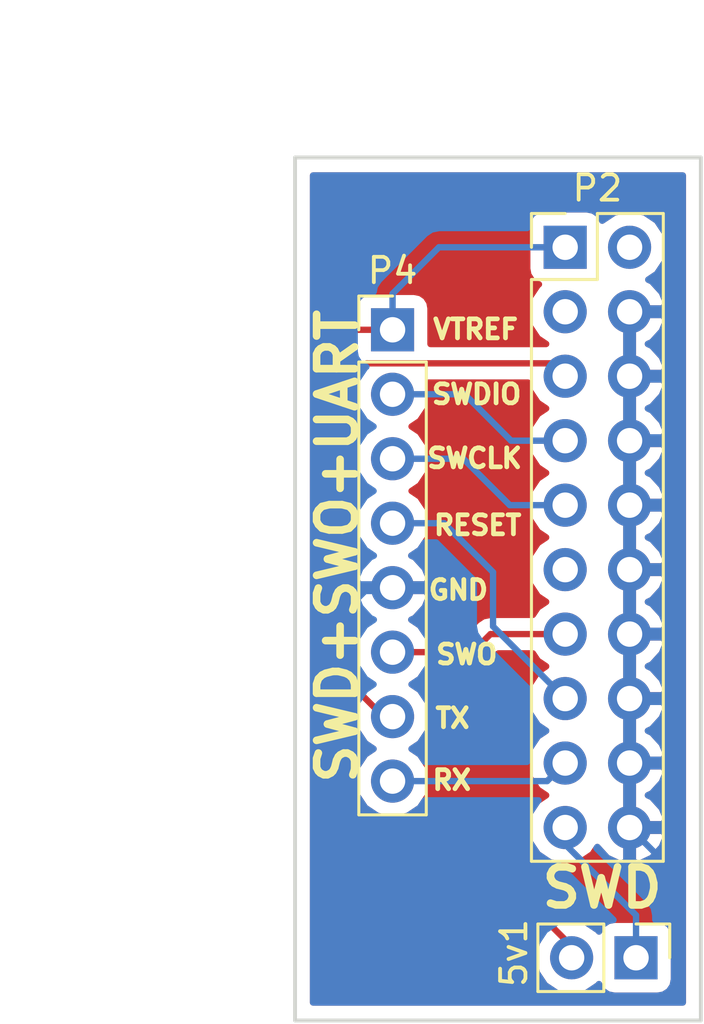
<source format=kicad_pcb>
(kicad_pcb (version 4) (host pcbnew 4.0.6)

  (general
    (links 18)
    (no_connects 0)
    (area 114.150001 50.3 142.075001 90.075001)
    (thickness 1.6)
    (drawings 16)
    (tracks 50)
    (zones 0)
    (modules 3)
    (nets 10)
  )

  (page A4)
  (layers
    (0 F.Cu signal)
    (31 B.Cu signal)
    (32 B.Adhes user)
    (33 F.Adhes user)
    (34 B.Paste user)
    (35 F.Paste user)
    (36 B.SilkS user)
    (37 F.SilkS user)
    (38 B.Mask user)
    (39 F.Mask user)
    (40 Dwgs.User user)
    (41 Cmts.User user)
    (42 Eco1.User user)
    (43 Eco2.User user)
    (44 Edge.Cuts user)
    (45 Margin user)
    (46 B.CrtYd user)
    (47 F.CrtYd user)
    (48 B.Fab user)
    (49 F.Fab user)
  )

  (setup
    (last_trace_width 0.25)
    (trace_clearance 0.2)
    (zone_clearance 0.508)
    (zone_45_only no)
    (trace_min 0.1524)
    (segment_width 0.2)
    (edge_width 0.15)
    (via_size 0.6)
    (via_drill 0.4)
    (via_min_size 0.1524)
    (via_min_drill 0.3)
    (uvia_size 0.3)
    (uvia_drill 0.1)
    (uvias_allowed no)
    (uvia_min_size 0.1524)
    (uvia_min_drill 0.1)
    (pcb_text_width 0.3)
    (pcb_text_size 1.5 1.5)
    (mod_edge_width 0.15)
    (mod_text_size 1 1)
    (mod_text_width 0.15)
    (pad_size 1.524 1.524)
    (pad_drill 0.762)
    (pad_to_mask_clearance 0.2)
    (aux_axis_origin 0 0)
    (visible_elements 7FFFFFFF)
    (pcbplotparams
      (layerselection 0x010f0_80000001)
      (usegerberextensions false)
      (excludeedgelayer true)
      (linewidth 0.100000)
      (plotframeref false)
      (viasonmask false)
      (mode 1)
      (useauxorigin false)
      (hpglpennumber 1)
      (hpglpenspeed 20)
      (hpglpendiameter 15)
      (hpglpenoverlay 2)
      (psnegative false)
      (psa4output false)
      (plotreference true)
      (plotvalue true)
      (plotinvisibletext false)
      (padsonsilk true)
      (subtractmaskfromsilk false)
      (outputformat 1)
      (mirror false)
      (drillshape 0)
      (scaleselection 1)
      (outputdirectory ""))
  )

  (net 0 "")
  (net 1 /5v_Supply)
  (net 2 /VTref)
  (net 3 /GND_ARM)
  (net 4 /JLINK_TX)
  (net 5 /SWDIO)
  (net 6 /SWDCLK)
  (net 7 /SWO)
  (net 8 /RESET)
  (net 9 /JLINK_RX)

  (net_class Default "This is the default net class."
    (clearance 0.2)
    (trace_width 0.25)
    (via_dia 0.6)
    (via_drill 0.4)
    (uvia_dia 0.3)
    (uvia_drill 0.1)
    (add_net /5v_Supply)
    (add_net /GND_ARM)
    (add_net /JLINK_RX)
    (add_net /JLINK_TX)
    (add_net /RESET)
    (add_net /SWDCLK)
    (add_net /SWDIO)
    (add_net /SWO)
    (add_net /VTref)
  )

  (module Pin_Headers:Pin_Header_Straight_1x02_Pitch2.54mm (layer F.Cu) (tedit 5AAC357D) (tstamp 5AAC33A5)
    (at 139.446 87.5284 270)
    (descr "Through hole straight pin header, 1x02, 2.54mm pitch, single row")
    (tags "Through hole pin header THT 1x02 2.54mm single row")
    (path /5A8B9F8E)
    (fp_text reference 5v1 (at -0.1884 4.816 270) (layer F.SilkS)
      (effects (font (size 1 1) (thickness 0.15)))
    )
    (fp_text value "" (at 0.3556 18.8468 270) (layer F.Fab)
      (effects (font (size 1 1) (thickness 0.15)))
    )
    (fp_line (start -0.635 -1.27) (end 1.27 -1.27) (layer F.Fab) (width 0.1))
    (fp_line (start 1.27 -1.27) (end 1.27 3.81) (layer F.Fab) (width 0.1))
    (fp_line (start 1.27 3.81) (end -1.27 3.81) (layer F.Fab) (width 0.1))
    (fp_line (start -1.27 3.81) (end -1.27 -0.635) (layer F.Fab) (width 0.1))
    (fp_line (start -1.27 -0.635) (end -0.635 -1.27) (layer F.Fab) (width 0.1))
    (fp_line (start -1.33 3.87) (end 1.33 3.87) (layer F.SilkS) (width 0.12))
    (fp_line (start -1.33 1.27) (end -1.33 3.87) (layer F.SilkS) (width 0.12))
    (fp_line (start 1.33 1.27) (end 1.33 3.87) (layer F.SilkS) (width 0.12))
    (fp_line (start -1.33 1.27) (end 1.33 1.27) (layer F.SilkS) (width 0.12))
    (fp_line (start -1.33 0) (end -1.33 -1.33) (layer F.SilkS) (width 0.12))
    (fp_line (start -1.33 -1.33) (end 0 -1.33) (layer F.SilkS) (width 0.12))
    (fp_line (start -1.8 -1.8) (end -1.8 4.35) (layer F.CrtYd) (width 0.05))
    (fp_line (start -1.8 4.35) (end 1.8 4.35) (layer F.CrtYd) (width 0.05))
    (fp_line (start 1.8 4.35) (end 1.8 -1.8) (layer F.CrtYd) (width 0.05))
    (fp_line (start 1.8 -1.8) (end -1.8 -1.8) (layer F.CrtYd) (width 0.05))
    (fp_text user %R (at -1.4224 5.842 360) (layer F.Fab)
      (effects (font (size 1 1) (thickness 0.15)))
    )
    (pad 1 thru_hole rect (at 0 0 270) (size 1.7 1.7) (drill 1) (layers *.Cu *.Mask)
      (net 1 /5v_Supply))
    (pad 2 thru_hole oval (at 0 2.54 270) (size 1.7 1.7) (drill 1) (layers *.Cu *.Mask)
      (net 2 /VTref))
    (model ${KISYS3DMOD}/Pin_Headers.3dshapes/Pin_Header_Straight_1x02_Pitch2.54mm.wrl
      (at (xyz 0 0 0))
      (scale (xyz 1 1 1))
      (rotate (xyz 0 0 0))
    )
  )

  (module Pin_Headers:Pin_Header_Straight_2x10_Pitch2.54mm (layer F.Cu) (tedit 59650532) (tstamp 5AAC33E5)
    (at 136.652 59.5376)
    (descr "Through hole straight pin header, 2x10, 2.54mm pitch, double rows")
    (tags "Through hole pin header THT 2x10 2.54mm double row")
    (path /5A8B99B2)
    (fp_text reference P2 (at 1.27 -2.33) (layer F.SilkS)
      (effects (font (size 1 1) (thickness 0.15)))
    )
    (fp_text value SWD (at 1.27 25.19) (layer F.Fab)
      (effects (font (size 1 1) (thickness 0.15)))
    )
    (fp_line (start 0 -1.27) (end 3.81 -1.27) (layer F.Fab) (width 0.1))
    (fp_line (start 3.81 -1.27) (end 3.81 24.13) (layer F.Fab) (width 0.1))
    (fp_line (start 3.81 24.13) (end -1.27 24.13) (layer F.Fab) (width 0.1))
    (fp_line (start -1.27 24.13) (end -1.27 0) (layer F.Fab) (width 0.1))
    (fp_line (start -1.27 0) (end 0 -1.27) (layer F.Fab) (width 0.1))
    (fp_line (start -1.33 24.19) (end 3.87 24.19) (layer F.SilkS) (width 0.12))
    (fp_line (start -1.33 1.27) (end -1.33 24.19) (layer F.SilkS) (width 0.12))
    (fp_line (start 3.87 -1.33) (end 3.87 24.19) (layer F.SilkS) (width 0.12))
    (fp_line (start -1.33 1.27) (end 1.27 1.27) (layer F.SilkS) (width 0.12))
    (fp_line (start 1.27 1.27) (end 1.27 -1.33) (layer F.SilkS) (width 0.12))
    (fp_line (start 1.27 -1.33) (end 3.87 -1.33) (layer F.SilkS) (width 0.12))
    (fp_line (start -1.33 0) (end -1.33 -1.33) (layer F.SilkS) (width 0.12))
    (fp_line (start -1.33 -1.33) (end 0 -1.33) (layer F.SilkS) (width 0.12))
    (fp_line (start -1.8 -1.8) (end -1.8 24.65) (layer F.CrtYd) (width 0.05))
    (fp_line (start -1.8 24.65) (end 4.35 24.65) (layer F.CrtYd) (width 0.05))
    (fp_line (start 4.35 24.65) (end 4.35 -1.8) (layer F.CrtYd) (width 0.05))
    (fp_line (start 4.35 -1.8) (end -1.8 -1.8) (layer F.CrtYd) (width 0.05))
    (fp_text user %R (at 1.27 11.43 90) (layer F.Fab)
      (effects (font (size 1 1) (thickness 0.15)))
    )
    (pad 1 thru_hole rect (at 0 0) (size 1.7 1.7) (drill 1) (layers *.Cu *.Mask)
      (net 2 /VTref))
    (pad 2 thru_hole oval (at 2.54 0) (size 1.7 1.7) (drill 1) (layers *.Cu *.Mask))
    (pad 3 thru_hole oval (at 0 2.54) (size 1.7 1.7) (drill 1) (layers *.Cu *.Mask))
    (pad 4 thru_hole oval (at 2.54 2.54) (size 1.7 1.7) (drill 1) (layers *.Cu *.Mask)
      (net 3 /GND_ARM))
    (pad 5 thru_hole oval (at 0 5.08) (size 1.7 1.7) (drill 1) (layers *.Cu *.Mask)
      (net 4 /JLINK_TX))
    (pad 6 thru_hole oval (at 2.54 5.08) (size 1.7 1.7) (drill 1) (layers *.Cu *.Mask)
      (net 3 /GND_ARM))
    (pad 7 thru_hole oval (at 0 7.62) (size 1.7 1.7) (drill 1) (layers *.Cu *.Mask)
      (net 5 /SWDIO))
    (pad 8 thru_hole oval (at 2.54 7.62) (size 1.7 1.7) (drill 1) (layers *.Cu *.Mask)
      (net 3 /GND_ARM))
    (pad 9 thru_hole oval (at 0 10.16) (size 1.7 1.7) (drill 1) (layers *.Cu *.Mask)
      (net 6 /SWDCLK))
    (pad 10 thru_hole oval (at 2.54 10.16) (size 1.7 1.7) (drill 1) (layers *.Cu *.Mask)
      (net 3 /GND_ARM))
    (pad 11 thru_hole oval (at 0 12.7) (size 1.7 1.7) (drill 1) (layers *.Cu *.Mask))
    (pad 12 thru_hole oval (at 2.54 12.7) (size 1.7 1.7) (drill 1) (layers *.Cu *.Mask)
      (net 3 /GND_ARM))
    (pad 13 thru_hole oval (at 0 15.24) (size 1.7 1.7) (drill 1) (layers *.Cu *.Mask)
      (net 7 /SWO))
    (pad 14 thru_hole oval (at 2.54 15.24) (size 1.7 1.7) (drill 1) (layers *.Cu *.Mask)
      (net 3 /GND_ARM))
    (pad 15 thru_hole oval (at 0 17.78) (size 1.7 1.7) (drill 1) (layers *.Cu *.Mask)
      (net 8 /RESET))
    (pad 16 thru_hole oval (at 2.54 17.78) (size 1.7 1.7) (drill 1) (layers *.Cu *.Mask)
      (net 3 /GND_ARM))
    (pad 17 thru_hole oval (at 0 20.32) (size 1.7 1.7) (drill 1) (layers *.Cu *.Mask)
      (net 9 /JLINK_RX))
    (pad 18 thru_hole oval (at 2.54 20.32) (size 1.7 1.7) (drill 1) (layers *.Cu *.Mask)
      (net 3 /GND_ARM))
    (pad 19 thru_hole oval (at 0 22.86) (size 1.7 1.7) (drill 1) (layers *.Cu *.Mask)
      (net 1 /5v_Supply))
    (pad 20 thru_hole oval (at 2.54 22.86) (size 1.7 1.7) (drill 1) (layers *.Cu *.Mask)
      (net 3 /GND_ARM))
    (model ${KISYS3DMOD}/Pin_Headers.3dshapes/Pin_Header_Straight_2x10_Pitch2.54mm.wrl
      (at (xyz 0 0 0))
      (scale (xyz 1 1 1))
      (rotate (xyz 0 0 0))
    )
  )

  (module Pin_Headers:Pin_Header_Straight_1x08_Pitch2.54mm (layer F.Cu) (tedit 5AAC339E) (tstamp 5AAC34A5)
    (at 129.8448 62.7888)
    (descr "Through hole straight pin header, 1x08, 2.54mm pitch, single row")
    (tags "Through hole pin header THT 1x08 2.54mm single row")
    (path /5A8B9AA1)
    (fp_text reference P4 (at 0 -2.33) (layer F.SilkS)
      (effects (font (size 1 1) (thickness 0.15)))
    )
    (fp_text value SWD+SWO+UART (at -2.6924 10.16 90) (layer F.Fab)
      (effects (font (size 1 1) (thickness 0.15)))
    )
    (fp_line (start -0.635 -1.27) (end 1.27 -1.27) (layer F.Fab) (width 0.1))
    (fp_line (start 1.27 -1.27) (end 1.27 19.05) (layer F.Fab) (width 0.1))
    (fp_line (start 1.27 19.05) (end -1.27 19.05) (layer F.Fab) (width 0.1))
    (fp_line (start -1.27 19.05) (end -1.27 -0.635) (layer F.Fab) (width 0.1))
    (fp_line (start -1.27 -0.635) (end -0.635 -1.27) (layer F.Fab) (width 0.1))
    (fp_line (start -1.33 19.11) (end 1.33 19.11) (layer F.SilkS) (width 0.12))
    (fp_line (start -1.33 1.27) (end -1.33 19.11) (layer F.SilkS) (width 0.12))
    (fp_line (start 1.33 1.27) (end 1.33 19.11) (layer F.SilkS) (width 0.12))
    (fp_line (start -1.33 1.27) (end 1.33 1.27) (layer F.SilkS) (width 0.12))
    (fp_line (start -1.33 0) (end -1.33 -1.33) (layer F.SilkS) (width 0.12))
    (fp_line (start -1.33 -1.33) (end 0 -1.33) (layer F.SilkS) (width 0.12))
    (fp_line (start -1.8 -1.8) (end -1.8 19.55) (layer F.CrtYd) (width 0.05))
    (fp_line (start -1.8 19.55) (end 1.8 19.55) (layer F.CrtYd) (width 0.05))
    (fp_line (start 1.8 19.55) (end 1.8 -1.8) (layer F.CrtYd) (width 0.05))
    (fp_line (start 1.8 -1.8) (end -1.8 -1.8) (layer F.CrtYd) (width 0.05))
    (fp_text user %R (at 0 8.89 90) (layer F.Fab)
      (effects (font (size 1 1) (thickness 0.15)))
    )
    (pad 1 thru_hole rect (at 0 0) (size 1.7 1.7) (drill 1) (layers *.Cu *.Mask)
      (net 2 /VTref))
    (pad 2 thru_hole oval (at 0 2.54) (size 1.7 1.7) (drill 1) (layers *.Cu *.Mask)
      (net 5 /SWDIO))
    (pad 3 thru_hole oval (at 0 5.08) (size 1.7 1.7) (drill 1) (layers *.Cu *.Mask)
      (net 6 /SWDCLK))
    (pad 4 thru_hole oval (at 0 7.62) (size 1.7 1.7) (drill 1) (layers *.Cu *.Mask)
      (net 8 /RESET))
    (pad 5 thru_hole oval (at 0 10.16) (size 1.7 1.7) (drill 1) (layers *.Cu *.Mask)
      (net 3 /GND_ARM))
    (pad 6 thru_hole oval (at 0 12.7) (size 1.7 1.7) (drill 1) (layers *.Cu *.Mask)
      (net 7 /SWO))
    (pad 7 thru_hole oval (at 0 15.24) (size 1.7 1.7) (drill 1) (layers *.Cu *.Mask)
      (net 4 /JLINK_TX))
    (pad 8 thru_hole oval (at 0 17.78) (size 1.7 1.7) (drill 1) (layers *.Cu *.Mask)
      (net 9 /JLINK_RX))
    (model ${KISYS3DMOD}/Pin_Headers.3dshapes/Pin_Header_Straight_1x08_Pitch2.54mm.wrl
      (at (xyz 0 0 0))
      (scale (xyz 1 1 1))
      (rotate (xyz 0 0 0))
    )
  )

  (gr_text TX (at 132.21 78.09) (layer F.SilkS)
    (effects (font (size 0.75 0.75) (thickness 0.1875)))
  )
  (gr_text RX (at 132.18 80.53) (layer F.SilkS)
    (effects (font (size 0.75 0.75) (thickness 0.1875)))
  )
  (gr_text SWO (at 132.77 75.58) (layer F.SilkS)
    (effects (font (size 0.75 0.75) (thickness 0.1875)))
  )
  (gr_text GND (at 132.44 73.04) (layer F.SilkS)
    (effects (font (size 0.75 0.75) (thickness 0.1875)))
  )
  (gr_text RESET (at 133.2 70.49) (layer F.SilkS)
    (effects (font (size 0.75 0.75) (thickness 0.1875)))
  )
  (gr_text SWCLK (at 133.08 67.85) (layer F.SilkS)
    (effects (font (size 0.75 0.75) (thickness 0.1875)))
  )
  (gr_text SWDIO (at 133.16 65.33) (layer F.SilkS)
    (effects (font (size 0.75 0.75) (thickness 0.1875)))
  )
  (gr_text VTREF (at 133.12 62.77) (layer F.SilkS)
    (effects (font (size 0.75 0.75) (thickness 0.1875)))
  )
  (gr_text SWD (at 138.11 84.77) (layer F.SilkS)
    (effects (font (size 1.5 1.5) (thickness 0.3)))
  )
  (gr_text SWD+SWO+UART (at 127.67 71.32 90) (layer F.SilkS)
    (effects (font (size 1.5 1.5) (thickness 0.3)))
  )
  (dimension 34 (width 0.3) (layer Dwgs.User)
    (gr_text "34.000 mm" (at 120.65 73 270) (layer Dwgs.User)
      (effects (font (size 1.5 1.5) (thickness 0.3)))
    )
    (feature1 (pts (xy 126 90) (xy 119.3 90)))
    (feature2 (pts (xy 126 56) (xy 119.3 56)))
    (crossbar (pts (xy 122 56) (xy 122 90)))
    (arrow1a (pts (xy 122 90) (xy 121.413579 88.873496)))
    (arrow1b (pts (xy 122 90) (xy 122.586421 88.873496)))
    (arrow2a (pts (xy 122 56) (xy 121.413579 57.126504)))
    (arrow2b (pts (xy 122 56) (xy 122.586421 57.126504)))
  )
  (dimension 16 (width 0.3) (layer Dwgs.User)
    (gr_text "16.000 mm" (at 134 51.65) (layer Dwgs.User)
      (effects (font (size 1.5 1.5) (thickness 0.3)))
    )
    (feature1 (pts (xy 142 56) (xy 142 50.3)))
    (feature2 (pts (xy 126 56) (xy 126 50.3)))
    (crossbar (pts (xy 126 53) (xy 142 53)))
    (arrow1a (pts (xy 142 53) (xy 140.873496 53.586421)))
    (arrow1b (pts (xy 142 53) (xy 140.873496 52.413579)))
    (arrow2a (pts (xy 126 53) (xy 127.126504 53.586421)))
    (arrow2b (pts (xy 126 53) (xy 127.126504 52.413579)))
  )
  (gr_line (start 126 90) (end 126 56) (angle 90) (layer Edge.Cuts) (width 0.15))
  (gr_line (start 142 90) (end 126 90) (angle 90) (layer Edge.Cuts) (width 0.15))
  (gr_line (start 142 56) (end 142 90) (angle 90) (layer Edge.Cuts) (width 0.15))
  (gr_line (start 126 56) (end 142 56) (angle 90) (layer Edge.Cuts) (width 0.15))

  (segment (start 136.652 82.3976) (end 136.652 83.058) (width 0.25) (layer B.Cu) (net 1) (status C00000))
  (segment (start 136.652 83.058) (end 139.446 85.852) (width 0.25) (layer B.Cu) (net 1) (tstamp 5AAC3644) (status 400000))
  (segment (start 139.446 85.852) (end 139.446 87.5284) (width 0.25) (layer B.Cu) (net 1) (tstamp 5AAC3645) (status 800000))
  (segment (start 129.8448 62.7888) (end 128.27 62.7888) (width 0.25) (layer F.Cu) (net 2) (status 400000))
  (segment (start 133.1468 83.312) (end 136.906 87.0712) (width 0.25) (layer F.Cu) (net 2) (tstamp 5AAC36D9) (status 800000))
  (segment (start 129.2352 83.312) (end 133.1468 83.312) (width 0.25) (layer F.Cu) (net 2) (tstamp 5AAC36D7))
  (segment (start 127.508 81.5848) (end 129.2352 83.312) (width 0.25) (layer F.Cu) (net 2) (tstamp 5AAC36D5))
  (segment (start 127.508 63.5508) (end 127.508 81.5848) (width 0.25) (layer F.Cu) (net 2) (tstamp 5AAC36D4))
  (segment (start 128.27 62.7888) (end 127.508 63.5508) (width 0.25) (layer F.Cu) (net 2) (tstamp 5AAC36D3))
  (segment (start 136.906 87.0712) (end 136.906 87.5284) (width 0.25) (layer F.Cu) (net 2) (tstamp 5AAC36DB) (status C00000))
  (segment (start 129.8448 62.7888) (end 129.8448 61.3664) (width 0.25) (layer B.Cu) (net 2) (status 400000))
  (segment (start 131.6736 59.5376) (end 136.652 59.5376) (width 0.25) (layer B.Cu) (net 2) (tstamp 5AAC365C) (status 800000))
  (segment (start 129.8448 61.3664) (end 131.6736 59.5376) (width 0.25) (layer B.Cu) (net 2) (tstamp 5AAC365A))
  (segment (start 129.8448 72.9488) (end 128.8912 72.9488) (width 0.25) (layer B.Cu) (net 3) (status 400000))
  (segment (start 141.2 84.4056) (end 139.192 82.3976) (width 0.25) (layer B.Cu) (net 3) (tstamp 5AAC3725) (status 800000))
  (segment (start 141.2 89) (end 141.2 84.4056) (width 0.25) (layer B.Cu) (net 3) (tstamp 5AAC3724))
  (segment (start 141.16 89.04) (end 141.2 89) (width 0.25) (layer B.Cu) (net 3) (tstamp 5AAC3723))
  (segment (start 134.11 89.04) (end 141.16 89.04) (width 0.25) (layer B.Cu) (net 3) (tstamp 5AAC3721))
  (segment (start 128.16 83.09) (end 134.11 89.04) (width 0.25) (layer B.Cu) (net 3) (tstamp 5AAC371F))
  (segment (start 128.16 73.68) (end 128.16 83.09) (width 0.25) (layer B.Cu) (net 3) (tstamp 5AAC371E))
  (segment (start 128.8912 72.9488) (end 128.16 73.68) (width 0.25) (layer B.Cu) (net 3) (tstamp 5AAC371D))
  (segment (start 139.192 62.0776) (end 139.192 64.6176) (width 0.25) (layer B.Cu) (net 3) (status C00000))
  (segment (start 139.192 64.6176) (end 139.192 67.1576) (width 0.25) (layer B.Cu) (net 3) (status C00000))
  (segment (start 139.192 67.1576) (end 139.192 69.6976) (width 0.25) (layer B.Cu) (net 3) (status C00000))
  (segment (start 139.192 69.6976) (end 139.192 72.2376) (width 0.25) (layer B.Cu) (net 3) (status C00000))
  (segment (start 139.192 72.2376) (end 139.192 74.7776) (width 0.25) (layer B.Cu) (net 3) (status C00000))
  (segment (start 139.192 77.3176) (end 139.192 74.7776) (width 0.25) (layer B.Cu) (net 3) (status C00000))
  (segment (start 139.192 79.8576) (end 139.192 77.3176) (width 0.25) (layer B.Cu) (net 3) (status C00000))
  (segment (start 139.192 82.3976) (end 139.192 79.8576) (width 0.25) (layer B.Cu) (net 3) (status C00000))
  (segment (start 129.8448 78.0288) (end 129.4892 78.0288) (width 0.25) (layer F.Cu) (net 4) (status C00000))
  (segment (start 129.4892 78.0288) (end 128.2192 76.7588) (width 0.25) (layer F.Cu) (net 4) (tstamp 5AAC3664) (status 400000))
  (segment (start 128.2192 76.7588) (end 128.2192 64.7192) (width 0.25) (layer F.Cu) (net 4) (tstamp 5AAC3665))
  (segment (start 128.2192 64.7192) (end 128.8288 64.1096) (width 0.25) (layer F.Cu) (net 4) (tstamp 5AAC3667))
  (segment (start 128.8288 64.1096) (end 136.144 64.1096) (width 0.25) (layer F.Cu) (net 4) (tstamp 5AAC3668) (status 800000))
  (segment (start 136.144 64.1096) (end 136.652 64.6176) (width 0.25) (layer F.Cu) (net 4) (tstamp 5AAC3669) (status C00000))
  (segment (start 129.8448 65.3288) (end 132.6896 65.3288) (width 0.25) (layer B.Cu) (net 5) (status 400000))
  (segment (start 134.5184 67.1576) (end 136.652 67.1576) (width 0.25) (layer B.Cu) (net 5) (tstamp 5AAC362C) (status 800000))
  (segment (start 132.6896 65.3288) (end 134.5184 67.1576) (width 0.25) (layer B.Cu) (net 5) (tstamp 5AAC362A))
  (segment (start 129.8448 67.8688) (end 132.6388 67.8688) (width 0.25) (layer B.Cu) (net 6) (status 400000))
  (segment (start 134.4676 69.6976) (end 136.652 69.6976) (width 0.25) (layer B.Cu) (net 6) (tstamp 5AAC3632) (status 800000))
  (segment (start 132.6388 67.8688) (end 134.4676 69.6976) (width 0.25) (layer B.Cu) (net 6) (tstamp 5AAC3630))
  (segment (start 129.8448 75.4888) (end 132.9944 75.4888) (width 0.25) (layer F.Cu) (net 7) (status 400000))
  (segment (start 133.7056 74.7776) (end 136.652 74.7776) (width 0.25) (layer F.Cu) (net 7) (tstamp 5AAC3661) (status 800000))
  (segment (start 132.9944 75.4888) (end 133.7056 74.7776) (width 0.25) (layer F.Cu) (net 7) (tstamp 5AAC3660))
  (segment (start 129.8448 70.4088) (end 131.8768 70.4088) (width 0.25) (layer B.Cu) (net 8) (status 400000))
  (segment (start 133.8072 74.4728) (end 136.652 77.3176) (width 0.25) (layer B.Cu) (net 8) (tstamp 5AAC363D) (status 800000))
  (segment (start 133.8072 72.3392) (end 133.8072 74.4728) (width 0.25) (layer B.Cu) (net 8) (tstamp 5AAC363B))
  (segment (start 131.8768 70.4088) (end 133.8072 72.3392) (width 0.25) (layer B.Cu) (net 8) (tstamp 5AAC3639))
  (segment (start 129.8448 80.5688) (end 135.9408 80.5688) (width 0.25) (layer B.Cu) (net 9) (status 400000))
  (segment (start 135.9408 80.5688) (end 136.652 79.8576) (width 0.25) (layer B.Cu) (net 9) (tstamp 5AAC3641) (status 800000))

  (zone (net 3) (net_name /GND_ARM) (layer F.Cu) (tstamp 5AAC36F7) (hatch edge 0.508)
    (connect_pads (clearance 0.508))
    (min_thickness 0.254)
    (fill yes (arc_segments 16) (thermal_gap 0.508) (thermal_bridge_width 0.508))
    (polygon
      (pts
        (xy 142 90) (xy 126 90) (xy 126 56) (xy 142 56)
      )
    )
    (filled_polygon
      (pts
        (xy 141.29 89.29) (xy 126.71 89.29) (xy 126.71 63.5508) (xy 126.748 63.5508) (xy 126.748 81.5848)
        (xy 126.805852 81.875639) (xy 126.970599 82.122201) (xy 128.697799 83.849401) (xy 128.944361 84.014148) (xy 129.2352 84.072)
        (xy 132.831998 84.072) (xy 135.596917 86.836919) (xy 135.534039 86.931022) (xy 135.421 87.499307) (xy 135.421 87.557493)
        (xy 135.534039 88.125778) (xy 135.855946 88.607547) (xy 136.337715 88.929454) (xy 136.906 89.042493) (xy 137.474285 88.929454)
        (xy 137.956054 88.607547) (xy 137.98385 88.565948) (xy 137.992838 88.613717) (xy 138.13191 88.829841) (xy 138.34411 88.974831)
        (xy 138.596 89.02584) (xy 140.296 89.02584) (xy 140.531317 88.981562) (xy 140.747441 88.84249) (xy 140.892431 88.63029)
        (xy 140.94344 88.3784) (xy 140.94344 86.6784) (xy 140.899162 86.443083) (xy 140.76009 86.226959) (xy 140.54789 86.081969)
        (xy 140.296 86.03096) (xy 138.596 86.03096) (xy 138.360683 86.075238) (xy 138.144559 86.21431) (xy 137.999569 86.42651)
        (xy 137.985914 86.493941) (xy 137.956054 86.449253) (xy 137.474285 86.127346) (xy 136.928356 86.018754) (xy 133.684201 82.774599)
        (xy 133.437639 82.609852) (xy 133.1468 82.552) (xy 129.550002 82.552) (xy 128.268 81.269998) (xy 128.268 77.882402)
        (xy 128.344592 77.958994) (xy 128.330707 78.0288) (xy 128.443746 78.597085) (xy 128.765653 79.078854) (xy 129.094826 79.2988)
        (xy 128.765653 79.518746) (xy 128.443746 80.000515) (xy 128.330707 80.5688) (xy 128.443746 81.137085) (xy 128.765653 81.618854)
        (xy 129.247422 81.940761) (xy 129.815707 82.0538) (xy 129.873893 82.0538) (xy 130.442178 81.940761) (xy 130.923947 81.618854)
        (xy 131.245854 81.137085) (xy 131.358893 80.5688) (xy 131.245854 80.000515) (xy 130.923947 79.518746) (xy 130.594774 79.2988)
        (xy 130.923947 79.078854) (xy 131.245854 78.597085) (xy 131.358893 78.0288) (xy 131.245854 77.460515) (xy 130.923947 76.978746)
        (xy 130.594774 76.7588) (xy 130.923947 76.538854) (xy 131.117754 76.2488) (xy 132.9944 76.2488) (xy 133.285239 76.190948)
        (xy 133.531801 76.026201) (xy 134.020402 75.5376) (xy 135.379046 75.5376) (xy 135.572853 75.827654) (xy 135.902026 76.0476)
        (xy 135.572853 76.267546) (xy 135.250946 76.749315) (xy 135.137907 77.3176) (xy 135.250946 77.885885) (xy 135.572853 78.367654)
        (xy 135.902026 78.5876) (xy 135.572853 78.807546) (xy 135.250946 79.289315) (xy 135.137907 79.8576) (xy 135.250946 80.425885)
        (xy 135.572853 80.907654) (xy 135.902026 81.1276) (xy 135.572853 81.347546) (xy 135.250946 81.829315) (xy 135.137907 82.3976)
        (xy 135.250946 82.965885) (xy 135.572853 83.447654) (xy 136.054622 83.769561) (xy 136.622907 83.8826) (xy 136.681093 83.8826)
        (xy 137.249378 83.769561) (xy 137.731147 83.447654) (xy 137.920345 83.164499) (xy 137.920355 83.164524) (xy 138.310642 83.592783)
        (xy 138.835108 83.839086) (xy 139.065 83.718419) (xy 139.065 82.5246) (xy 139.319 82.5246) (xy 139.319 83.718419)
        (xy 139.548892 83.839086) (xy 140.073358 83.592783) (xy 140.463645 83.164524) (xy 140.633476 82.75449) (xy 140.512155 82.5246)
        (xy 139.319 82.5246) (xy 139.065 82.5246) (xy 139.045 82.5246) (xy 139.045 82.2706) (xy 139.065 82.2706)
        (xy 139.065 79.9846) (xy 139.319 79.9846) (xy 139.319 82.2706) (xy 140.512155 82.2706) (xy 140.633476 82.04071)
        (xy 140.463645 81.630676) (xy 140.073358 81.202417) (xy 139.914046 81.1276) (xy 140.073358 81.052783) (xy 140.463645 80.624524)
        (xy 140.633476 80.21449) (xy 140.512155 79.9846) (xy 139.319 79.9846) (xy 139.065 79.9846) (xy 139.045 79.9846)
        (xy 139.045 79.7306) (xy 139.065 79.7306) (xy 139.065 77.4446) (xy 139.319 77.4446) (xy 139.319 79.7306)
        (xy 140.512155 79.7306) (xy 140.633476 79.50071) (xy 140.463645 79.090676) (xy 140.073358 78.662417) (xy 139.914046 78.5876)
        (xy 140.073358 78.512783) (xy 140.463645 78.084524) (xy 140.633476 77.67449) (xy 140.512155 77.4446) (xy 139.319 77.4446)
        (xy 139.065 77.4446) (xy 139.045 77.4446) (xy 139.045 77.1906) (xy 139.065 77.1906) (xy 139.065 74.9046)
        (xy 139.319 74.9046) (xy 139.319 77.1906) (xy 140.512155 77.1906) (xy 140.633476 76.96071) (xy 140.463645 76.550676)
        (xy 140.073358 76.122417) (xy 139.914046 76.0476) (xy 140.073358 75.972783) (xy 140.463645 75.544524) (xy 140.633476 75.13449)
        (xy 140.512155 74.9046) (xy 139.319 74.9046) (xy 139.065 74.9046) (xy 139.045 74.9046) (xy 139.045 74.6506)
        (xy 139.065 74.6506) (xy 139.065 72.3646) (xy 139.319 72.3646) (xy 139.319 74.6506) (xy 140.512155 74.6506)
        (xy 140.633476 74.42071) (xy 140.463645 74.010676) (xy 140.073358 73.582417) (xy 139.914046 73.5076) (xy 140.073358 73.432783)
        (xy 140.463645 73.004524) (xy 140.633476 72.59449) (xy 140.512155 72.3646) (xy 139.319 72.3646) (xy 139.065 72.3646)
        (xy 139.045 72.3646) (xy 139.045 72.1106) (xy 139.065 72.1106) (xy 139.065 69.8246) (xy 139.319 69.8246)
        (xy 139.319 72.1106) (xy 140.512155 72.1106) (xy 140.633476 71.88071) (xy 140.463645 71.470676) (xy 140.073358 71.042417)
        (xy 139.914046 70.9676) (xy 140.073358 70.892783) (xy 140.463645 70.464524) (xy 140.633476 70.05449) (xy 140.512155 69.8246)
        (xy 139.319 69.8246) (xy 139.065 69.8246) (xy 139.045 69.8246) (xy 139.045 69.5706) (xy 139.065 69.5706)
        (xy 139.065 67.2846) (xy 139.319 67.2846) (xy 139.319 69.5706) (xy 140.512155 69.5706) (xy 140.633476 69.34071)
        (xy 140.463645 68.930676) (xy 140.073358 68.502417) (xy 139.914046 68.4276) (xy 140.073358 68.352783) (xy 140.463645 67.924524)
        (xy 140.633476 67.51449) (xy 140.512155 67.2846) (xy 139.319 67.2846) (xy 139.065 67.2846) (xy 139.045 67.2846)
        (xy 139.045 67.0306) (xy 139.065 67.0306) (xy 139.065 64.7446) (xy 139.319 64.7446) (xy 139.319 67.0306)
        (xy 140.512155 67.0306) (xy 140.633476 66.80071) (xy 140.463645 66.390676) (xy 140.073358 65.962417) (xy 139.914046 65.8876)
        (xy 140.073358 65.812783) (xy 140.463645 65.384524) (xy 140.633476 64.97449) (xy 140.512155 64.7446) (xy 139.319 64.7446)
        (xy 139.065 64.7446) (xy 139.045 64.7446) (xy 139.045 64.4906) (xy 139.065 64.4906) (xy 139.065 62.2046)
        (xy 139.319 62.2046) (xy 139.319 64.4906) (xy 140.512155 64.4906) (xy 140.633476 64.26071) (xy 140.463645 63.850676)
        (xy 140.073358 63.422417) (xy 139.914046 63.3476) (xy 140.073358 63.272783) (xy 140.463645 62.844524) (xy 140.633476 62.43449)
        (xy 140.512155 62.2046) (xy 139.319 62.2046) (xy 139.065 62.2046) (xy 139.045 62.2046) (xy 139.045 61.9506)
        (xy 139.065 61.9506) (xy 139.065 61.9306) (xy 139.319 61.9306) (xy 139.319 61.9506) (xy 140.512155 61.9506)
        (xy 140.633476 61.72071) (xy 140.463645 61.310676) (xy 140.073358 60.882417) (xy 139.930447 60.815302) (xy 140.271147 60.587654)
        (xy 140.593054 60.105885) (xy 140.706093 59.5376) (xy 140.593054 58.969315) (xy 140.271147 58.487546) (xy 139.789378 58.165639)
        (xy 139.221093 58.0526) (xy 139.162907 58.0526) (xy 138.594622 58.165639) (xy 138.112853 58.487546) (xy 138.112029 58.488779)
        (xy 138.105162 58.452283) (xy 137.96609 58.236159) (xy 137.75389 58.091169) (xy 137.502 58.04016) (xy 135.802 58.04016)
        (xy 135.566683 58.084438) (xy 135.350559 58.22351) (xy 135.205569 58.43571) (xy 135.15456 58.6876) (xy 135.15456 60.3876)
        (xy 135.198838 60.622917) (xy 135.33791 60.839041) (xy 135.55011 60.984031) (xy 135.617541 60.997686) (xy 135.572853 61.027546)
        (xy 135.250946 61.509315) (xy 135.137907 62.0776) (xy 135.250946 62.645885) (xy 135.572853 63.127654) (xy 135.902026 63.3476)
        (xy 135.899033 63.3496) (xy 131.34224 63.3496) (xy 131.34224 61.9388) (xy 131.297962 61.703483) (xy 131.15889 61.487359)
        (xy 130.94669 61.342369) (xy 130.6948 61.29136) (xy 128.9948 61.29136) (xy 128.759483 61.335638) (xy 128.543359 61.47471)
        (xy 128.398369 61.68691) (xy 128.34736 61.9388) (xy 128.34736 62.0288) (xy 128.27 62.0288) (xy 127.979161 62.086652)
        (xy 127.732599 62.251399) (xy 126.970599 63.013399) (xy 126.805852 63.259961) (xy 126.748 63.5508) (xy 126.71 63.5508)
        (xy 126.71 56.71) (xy 141.29 56.71)
      )
    )
    (filled_polygon
      (pts
        (xy 135.250946 65.185885) (xy 135.572853 65.667654) (xy 135.902026 65.8876) (xy 135.572853 66.107546) (xy 135.250946 66.589315)
        (xy 135.137907 67.1576) (xy 135.250946 67.725885) (xy 135.572853 68.207654) (xy 135.902026 68.4276) (xy 135.572853 68.647546)
        (xy 135.250946 69.129315) (xy 135.137907 69.6976) (xy 135.250946 70.265885) (xy 135.572853 70.747654) (xy 135.902026 70.9676)
        (xy 135.572853 71.187546) (xy 135.250946 71.669315) (xy 135.137907 72.2376) (xy 135.250946 72.805885) (xy 135.572853 73.287654)
        (xy 135.902026 73.5076) (xy 135.572853 73.727546) (xy 135.379046 74.0176) (xy 133.7056 74.0176) (xy 133.414761 74.075452)
        (xy 133.168199 74.240199) (xy 132.679598 74.7288) (xy 131.117754 74.7288) (xy 130.923947 74.438746) (xy 130.583247 74.211098)
        (xy 130.726158 74.143983) (xy 131.116445 73.715724) (xy 131.286276 73.30569) (xy 131.164955 73.0758) (xy 129.9718 73.0758)
        (xy 129.9718 73.0958) (xy 129.7178 73.0958) (xy 129.7178 73.0758) (xy 129.6978 73.0758) (xy 129.6978 72.8218)
        (xy 129.7178 72.8218) (xy 129.7178 72.8018) (xy 129.9718 72.8018) (xy 129.9718 72.8218) (xy 131.164955 72.8218)
        (xy 131.286276 72.59191) (xy 131.116445 72.181876) (xy 130.726158 71.753617) (xy 130.583247 71.686502) (xy 130.923947 71.458854)
        (xy 131.245854 70.977085) (xy 131.358893 70.4088) (xy 131.245854 69.840515) (xy 130.923947 69.358746) (xy 130.594774 69.1388)
        (xy 130.923947 68.918854) (xy 131.245854 68.437085) (xy 131.358893 67.8688) (xy 131.245854 67.300515) (xy 130.923947 66.818746)
        (xy 130.594774 66.5988) (xy 130.923947 66.378854) (xy 131.245854 65.897085) (xy 131.358893 65.3288) (xy 131.267552 64.8696)
        (xy 135.188033 64.8696)
      )
    )
  )
  (zone (net 3) (net_name /GND_ARM) (layer B.Cu) (tstamp 5AAC36F9) (hatch edge 0.508)
    (connect_pads (clearance 0.508))
    (min_thickness 0.254)
    (fill yes (arc_segments 16) (thermal_gap 0.508) (thermal_bridge_width 0.508))
    (polygon
      (pts
        (xy 142 90) (xy 126 90) (xy 126 56) (xy 142 56)
      )
    )
    (filled_polygon
      (pts
        (xy 141.29 89.29) (xy 126.71 89.29) (xy 126.71 65.3288) (xy 128.330707 65.3288) (xy 128.443746 65.897085)
        (xy 128.765653 66.378854) (xy 129.094826 66.5988) (xy 128.765653 66.818746) (xy 128.443746 67.300515) (xy 128.330707 67.8688)
        (xy 128.443746 68.437085) (xy 128.765653 68.918854) (xy 129.094826 69.1388) (xy 128.765653 69.358746) (xy 128.443746 69.840515)
        (xy 128.330707 70.4088) (xy 128.443746 70.977085) (xy 128.765653 71.458854) (xy 129.106353 71.686502) (xy 128.963442 71.753617)
        (xy 128.573155 72.181876) (xy 128.403324 72.59191) (xy 128.524645 72.8218) (xy 129.7178 72.8218) (xy 129.7178 72.8018)
        (xy 129.9718 72.8018) (xy 129.9718 72.8218) (xy 131.164955 72.8218) (xy 131.286276 72.59191) (xy 131.116445 72.181876)
        (xy 130.726158 71.753617) (xy 130.583247 71.686502) (xy 130.923947 71.458854) (xy 131.117754 71.1688) (xy 131.561998 71.1688)
        (xy 133.0472 72.654002) (xy 133.0472 74.4728) (xy 133.105052 74.763639) (xy 133.269799 75.010201) (xy 135.21079 76.951192)
        (xy 135.137907 77.3176) (xy 135.250946 77.885885) (xy 135.572853 78.367654) (xy 135.902026 78.5876) (xy 135.572853 78.807546)
        (xy 135.250946 79.289315) (xy 135.147614 79.8088) (xy 131.117754 79.8088) (xy 130.923947 79.518746) (xy 130.594774 79.2988)
        (xy 130.923947 79.078854) (xy 131.245854 78.597085) (xy 131.358893 78.0288) (xy 131.245854 77.460515) (xy 130.923947 76.978746)
        (xy 130.594774 76.7588) (xy 130.923947 76.538854) (xy 131.245854 76.057085) (xy 131.358893 75.4888) (xy 131.245854 74.920515)
        (xy 130.923947 74.438746) (xy 130.583247 74.211098) (xy 130.726158 74.143983) (xy 131.116445 73.715724) (xy 131.286276 73.30569)
        (xy 131.164955 73.0758) (xy 129.9718 73.0758) (xy 129.9718 73.0958) (xy 129.7178 73.0958) (xy 129.7178 73.0758)
        (xy 128.524645 73.0758) (xy 128.403324 73.30569) (xy 128.573155 73.715724) (xy 128.963442 74.143983) (xy 129.106353 74.211098)
        (xy 128.765653 74.438746) (xy 128.443746 74.920515) (xy 128.330707 75.4888) (xy 128.443746 76.057085) (xy 128.765653 76.538854)
        (xy 129.094826 76.7588) (xy 128.765653 76.978746) (xy 128.443746 77.460515) (xy 128.330707 78.0288) (xy 128.443746 78.597085)
        (xy 128.765653 79.078854) (xy 129.094826 79.2988) (xy 128.765653 79.518746) (xy 128.443746 80.000515) (xy 128.330707 80.5688)
        (xy 128.443746 81.137085) (xy 128.765653 81.618854) (xy 129.247422 81.940761) (xy 129.815707 82.0538) (xy 129.873893 82.0538)
        (xy 130.442178 81.940761) (xy 130.923947 81.618854) (xy 131.117754 81.3288) (xy 135.600908 81.3288) (xy 135.572853 81.347546)
        (xy 135.250946 81.829315) (xy 135.137907 82.3976) (xy 135.250946 82.965885) (xy 135.572853 83.447654) (xy 136.054622 83.769561)
        (xy 136.346896 83.827698) (xy 138.557418 86.03822) (xy 138.360683 86.075238) (xy 138.144559 86.21431) (xy 137.999569 86.42651)
        (xy 137.985914 86.493941) (xy 137.956054 86.449253) (xy 137.474285 86.127346) (xy 136.906 86.014307) (xy 136.337715 86.127346)
        (xy 135.855946 86.449253) (xy 135.534039 86.931022) (xy 135.421 87.499307) (xy 135.421 87.557493) (xy 135.534039 88.125778)
        (xy 135.855946 88.607547) (xy 136.337715 88.929454) (xy 136.906 89.042493) (xy 137.474285 88.929454) (xy 137.956054 88.607547)
        (xy 137.98385 88.565948) (xy 137.992838 88.613717) (xy 138.13191 88.829841) (xy 138.34411 88.974831) (xy 138.596 89.02584)
        (xy 140.296 89.02584) (xy 140.531317 88.981562) (xy 140.747441 88.84249) (xy 140.892431 88.63029) (xy 140.94344 88.3784)
        (xy 140.94344 86.6784) (xy 140.899162 86.443083) (xy 140.76009 86.226959) (xy 140.54789 86.081969) (xy 140.296 86.03096)
        (xy 140.206 86.03096) (xy 140.206 85.852) (xy 140.148148 85.561161) (xy 139.983401 85.314599) (xy 137.88548 83.216678)
        (xy 137.920345 83.164499) (xy 137.920355 83.164524) (xy 138.310642 83.592783) (xy 138.835108 83.839086) (xy 139.065 83.718419)
        (xy 139.065 82.5246) (xy 139.319 82.5246) (xy 139.319 83.718419) (xy 139.548892 83.839086) (xy 140.073358 83.592783)
        (xy 140.463645 83.164524) (xy 140.633476 82.75449) (xy 140.512155 82.5246) (xy 139.319 82.5246) (xy 139.065 82.5246)
        (xy 139.045 82.5246) (xy 139.045 82.2706) (xy 139.065 82.2706) (xy 139.065 79.9846) (xy 139.319 79.9846)
        (xy 139.319 82.2706) (xy 140.512155 82.2706) (xy 140.633476 82.04071) (xy 140.463645 81.630676) (xy 140.073358 81.202417)
        (xy 139.914046 81.1276) (xy 140.073358 81.052783) (xy 140.463645 80.624524) (xy 140.633476 80.21449) (xy 140.512155 79.9846)
        (xy 139.319 79.9846) (xy 139.065 79.9846) (xy 139.045 79.9846) (xy 139.045 79.7306) (xy 139.065 79.7306)
        (xy 139.065 77.4446) (xy 139.319 77.4446) (xy 139.319 79.7306) (xy 140.512155 79.7306) (xy 140.633476 79.50071)
        (xy 140.463645 79.090676) (xy 140.073358 78.662417) (xy 139.914046 78.5876) (xy 140.073358 78.512783) (xy 140.463645 78.084524)
        (xy 140.633476 77.67449) (xy 140.512155 77.4446) (xy 139.319 77.4446) (xy 139.065 77.4446) (xy 139.045 77.4446)
        (xy 139.045 77.1906) (xy 139.065 77.1906) (xy 139.065 74.9046) (xy 139.319 74.9046) (xy 139.319 77.1906)
        (xy 140.512155 77.1906) (xy 140.633476 76.96071) (xy 140.463645 76.550676) (xy 140.073358 76.122417) (xy 139.914046 76.0476)
        (xy 140.073358 75.972783) (xy 140.463645 75.544524) (xy 140.633476 75.13449) (xy 140.512155 74.9046) (xy 139.319 74.9046)
        (xy 139.065 74.9046) (xy 139.045 74.9046) (xy 139.045 74.6506) (xy 139.065 74.6506) (xy 139.065 72.3646)
        (xy 139.319 72.3646) (xy 139.319 74.6506) (xy 140.512155 74.6506) (xy 140.633476 74.42071) (xy 140.463645 74.010676)
        (xy 140.073358 73.582417) (xy 139.914046 73.5076) (xy 140.073358 73.432783) (xy 140.463645 73.004524) (xy 140.633476 72.59449)
        (xy 140.512155 72.3646) (xy 139.319 72.3646) (xy 139.065 72.3646) (xy 139.045 72.3646) (xy 139.045 72.1106)
        (xy 139.065 72.1106) (xy 139.065 69.8246) (xy 139.319 69.8246) (xy 139.319 72.1106) (xy 140.512155 72.1106)
        (xy 140.633476 71.88071) (xy 140.463645 71.470676) (xy 140.073358 71.042417) (xy 139.914046 70.9676) (xy 140.073358 70.892783)
        (xy 140.463645 70.464524) (xy 140.633476 70.05449) (xy 140.512155 69.8246) (xy 139.319 69.8246) (xy 139.065 69.8246)
        (xy 139.045 69.8246) (xy 139.045 69.5706) (xy 139.065 69.5706) (xy 139.065 67.2846) (xy 139.319 67.2846)
        (xy 139.319 69.5706) (xy 140.512155 69.5706) (xy 140.633476 69.34071) (xy 140.463645 68.930676) (xy 140.073358 68.502417)
        (xy 139.914046 68.4276) (xy 140.073358 68.352783) (xy 140.463645 67.924524) (xy 140.633476 67.51449) (xy 140.512155 67.2846)
        (xy 139.319 67.2846) (xy 139.065 67.2846) (xy 139.045 67.2846) (xy 139.045 67.0306) (xy 139.065 67.0306)
        (xy 139.065 64.7446) (xy 139.319 64.7446) (xy 139.319 67.0306) (xy 140.512155 67.0306) (xy 140.633476 66.80071)
        (xy 140.463645 66.390676) (xy 140.073358 65.962417) (xy 139.914046 65.8876) (xy 140.073358 65.812783) (xy 140.463645 65.384524)
        (xy 140.633476 64.97449) (xy 140.512155 64.7446) (xy 139.319 64.7446) (xy 139.065 64.7446) (xy 139.045 64.7446)
        (xy 139.045 64.4906) (xy 139.065 64.4906) (xy 139.065 62.2046) (xy 139.319 62.2046) (xy 139.319 64.4906)
        (xy 140.512155 64.4906) (xy 140.633476 64.26071) (xy 140.463645 63.850676) (xy 140.073358 63.422417) (xy 139.914046 63.3476)
        (xy 140.073358 63.272783) (xy 140.463645 62.844524) (xy 140.633476 62.43449) (xy 140.512155 62.2046) (xy 139.319 62.2046)
        (xy 139.065 62.2046) (xy 139.045 62.2046) (xy 139.045 61.9506) (xy 139.065 61.9506) (xy 139.065 61.9306)
        (xy 139.319 61.9306) (xy 139.319 61.9506) (xy 140.512155 61.9506) (xy 140.633476 61.72071) (xy 140.463645 61.310676)
        (xy 140.073358 60.882417) (xy 139.930447 60.815302) (xy 140.271147 60.587654) (xy 140.593054 60.105885) (xy 140.706093 59.5376)
        (xy 140.593054 58.969315) (xy 140.271147 58.487546) (xy 139.789378 58.165639) (xy 139.221093 58.0526) (xy 139.162907 58.0526)
        (xy 138.594622 58.165639) (xy 138.112853 58.487546) (xy 138.112029 58.488779) (xy 138.105162 58.452283) (xy 137.96609 58.236159)
        (xy 137.75389 58.091169) (xy 137.502 58.04016) (xy 135.802 58.04016) (xy 135.566683 58.084438) (xy 135.350559 58.22351)
        (xy 135.205569 58.43571) (xy 135.15456 58.6876) (xy 135.15456 58.7776) (xy 131.6736 58.7776) (xy 131.382761 58.835452)
        (xy 131.136199 59.000199) (xy 129.307399 60.828999) (xy 129.142652 61.075561) (xy 129.099727 61.29136) (xy 128.9948 61.29136)
        (xy 128.759483 61.335638) (xy 128.543359 61.47471) (xy 128.398369 61.68691) (xy 128.34736 61.9388) (xy 128.34736 63.6388)
        (xy 128.391638 63.874117) (xy 128.53071 64.090241) (xy 128.74291 64.235231) (xy 128.810341 64.248886) (xy 128.765653 64.278746)
        (xy 128.443746 64.760515) (xy 128.330707 65.3288) (xy 126.71 65.3288) (xy 126.71 56.71) (xy 141.29 56.71)
      )
    )
  )
)

</source>
